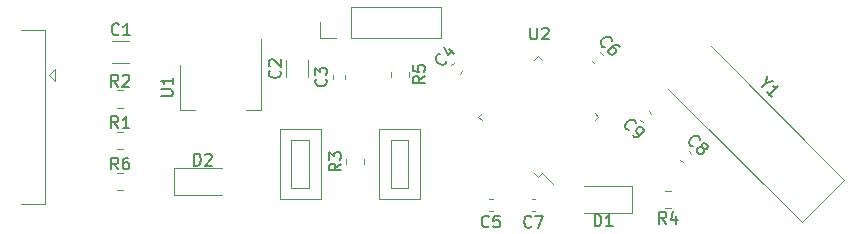
<source format=gto>
G04 #@! TF.GenerationSoftware,KiCad,Pcbnew,(5.1.10)-1*
G04 #@! TF.CreationDate,2022-03-27T16:46:42+02:00*
G04 #@! TF.ProjectId,LaserAutoSkipper_RX_schematic,4c617365-7241-4757-946f-536b69707065,1*
G04 #@! TF.SameCoordinates,Original*
G04 #@! TF.FileFunction,Legend,Top*
G04 #@! TF.FilePolarity,Positive*
%FSLAX46Y46*%
G04 Gerber Fmt 4.6, Leading zero omitted, Abs format (unit mm)*
G04 Created by KiCad (PCBNEW (5.1.10)-1) date 2022-03-27 16:46:42*
%MOMM*%
%LPD*%
G01*
G04 APERTURE LIST*
%ADD10C,0.120000*%
%ADD11C,0.150000*%
%ADD12C,1.524000*%
%ADD13R,1.524000X1.524000*%
%ADD14C,3.500000*%
%ADD15O,1.700000X1.700000*%
%ADD16R,1.700000X1.700000*%
%ADD17C,0.152400*%
%ADD18R,1.500000X2.000000*%
%ADD19R,3.800000X2.000000*%
%ADD20R,0.600000X1.500000*%
G04 APERTURE END LIST*
D10*
X61120000Y-60640000D02*
X61120000Y-75360000D01*
X61120000Y-60640000D02*
X59140000Y-60640000D01*
X59140000Y-75360000D02*
X61120000Y-75360000D01*
X62000000Y-64000000D02*
X61500000Y-64500000D01*
X61500000Y-64500000D02*
X62000000Y-65000000D01*
X62000000Y-65000000D02*
X62000000Y-64000000D01*
X84420000Y-61330000D02*
X84420000Y-60000000D01*
X85750000Y-61330000D02*
X84420000Y-61330000D01*
X87020000Y-61330000D02*
X87020000Y-58670000D01*
X87020000Y-58670000D02*
X94700000Y-58670000D01*
X87020000Y-61330000D02*
X94700000Y-61330000D01*
X94700000Y-61330000D02*
X94700000Y-58670000D01*
X103218198Y-63212887D02*
X102900000Y-62894689D01*
X102900000Y-62894689D02*
X102581802Y-63212887D01*
X107687113Y-67681802D02*
X108005311Y-68000000D01*
X108005311Y-68000000D02*
X107687113Y-68318198D01*
X98112887Y-68318198D02*
X97794689Y-68000000D01*
X97794689Y-68000000D02*
X98112887Y-67681802D01*
X102581802Y-72787113D02*
X102900000Y-73105311D01*
X102900000Y-73105311D02*
X103218198Y-72787113D01*
X103218198Y-72787113D02*
X104130366Y-73699281D01*
X76100000Y-72365000D02*
X72040000Y-72365000D01*
X72040000Y-72365000D02*
X72040000Y-74635000D01*
X72040000Y-74635000D02*
X76100000Y-74635000D01*
X106812500Y-76135000D02*
X110872500Y-76135000D01*
X110872500Y-76135000D02*
X110872500Y-73865000D01*
X110872500Y-73865000D02*
X106812500Y-73865000D01*
X67727064Y-74235000D02*
X67272936Y-74235000D01*
X67727064Y-72765000D02*
X67272936Y-72765000D01*
X113924948Y-65631192D02*
X125220979Y-76927223D01*
X125220979Y-76927223D02*
X128827223Y-73320979D01*
X128827223Y-73320979D02*
X117531192Y-62024948D01*
X72590000Y-67410000D02*
X73850000Y-67410000D01*
X79410000Y-67410000D02*
X78150000Y-67410000D01*
X72590000Y-63650000D02*
X72590000Y-67410000D01*
X79410000Y-61400000D02*
X79410000Y-67410000D01*
X81000000Y-69000000D02*
X81000000Y-75000000D01*
X81000000Y-75000000D02*
X84500000Y-75000000D01*
X84500000Y-75000000D02*
X84500000Y-69000000D01*
X84500000Y-69000000D02*
X81000000Y-69000000D01*
X82000000Y-70000000D02*
X82000000Y-74000000D01*
X82000000Y-74000000D02*
X83500000Y-74000000D01*
X83500000Y-74000000D02*
X83500000Y-70000000D01*
X83500000Y-70000000D02*
X82000000Y-70000000D01*
X89400000Y-69000000D02*
X89400000Y-75000000D01*
X89400000Y-75000000D02*
X92900000Y-75000000D01*
X92900000Y-75000000D02*
X92900000Y-69000000D01*
X92900000Y-69000000D02*
X89400000Y-69000000D01*
X90400000Y-70000000D02*
X90400000Y-74000000D01*
X90400000Y-74000000D02*
X91900000Y-74000000D01*
X91900000Y-74000000D02*
X91900000Y-70000000D01*
X91900000Y-70000000D02*
X90400000Y-70000000D01*
X91935000Y-64172936D02*
X91935000Y-64627064D01*
X90465000Y-64172936D02*
X90465000Y-64627064D01*
X113672936Y-74265000D02*
X114127064Y-74265000D01*
X113672936Y-75735000D02*
X114127064Y-75735000D01*
X86665000Y-72027064D02*
X86665000Y-71572936D01*
X88135000Y-72027064D02*
X88135000Y-71572936D01*
X67727064Y-67235000D02*
X67272936Y-67235000D01*
X67727064Y-65765000D02*
X67272936Y-65765000D01*
X67727064Y-70735000D02*
X67272936Y-70735000D01*
X67727064Y-69265000D02*
X67272936Y-69265000D01*
X111742802Y-68464051D02*
X111535949Y-68257198D01*
X112464051Y-67742802D02*
X112257198Y-67535949D01*
X115647318Y-70926069D02*
X115854171Y-71132922D01*
X114926069Y-71647318D02*
X115132922Y-71854171D01*
X102646267Y-76010000D02*
X102353733Y-76010000D01*
X102646267Y-74990000D02*
X102353733Y-74990000D01*
X108157198Y-62535949D02*
X108364051Y-62742802D01*
X107435949Y-63257198D02*
X107642802Y-63464051D01*
X99033766Y-76010000D02*
X98741232Y-76010000D01*
X99033766Y-74990000D02*
X98741232Y-74990000D01*
X95545829Y-63632922D02*
X95752682Y-63426069D01*
X96267078Y-64354171D02*
X96473931Y-64147318D01*
X85490000Y-64783767D02*
X85490000Y-64491233D01*
X86510000Y-64783767D02*
X86510000Y-64491233D01*
X81590000Y-64648752D02*
X81590000Y-63226248D01*
X83410000Y-64648752D02*
X83410000Y-63226248D01*
X66851248Y-61590000D02*
X68273752Y-61590000D01*
X66851248Y-63410000D02*
X68273752Y-63410000D01*
D11*
X102238095Y-60452380D02*
X102238095Y-61261904D01*
X102285714Y-61357142D01*
X102333333Y-61404761D01*
X102428571Y-61452380D01*
X102619047Y-61452380D01*
X102714285Y-61404761D01*
X102761904Y-61357142D01*
X102809523Y-61261904D01*
X102809523Y-60452380D01*
X103238095Y-60547619D02*
X103285714Y-60500000D01*
X103380952Y-60452380D01*
X103619047Y-60452380D01*
X103714285Y-60500000D01*
X103761904Y-60547619D01*
X103809523Y-60642857D01*
X103809523Y-60738095D01*
X103761904Y-60880952D01*
X103190476Y-61452380D01*
X103809523Y-61452380D01*
X73761904Y-72132380D02*
X73761904Y-71132380D01*
X74000000Y-71132380D01*
X74142857Y-71180000D01*
X74238095Y-71275238D01*
X74285714Y-71370476D01*
X74333333Y-71560952D01*
X74333333Y-71703809D01*
X74285714Y-71894285D01*
X74238095Y-71989523D01*
X74142857Y-72084761D01*
X74000000Y-72132380D01*
X73761904Y-72132380D01*
X74714285Y-71227619D02*
X74761904Y-71180000D01*
X74857142Y-71132380D01*
X75095238Y-71132380D01*
X75190476Y-71180000D01*
X75238095Y-71227619D01*
X75285714Y-71322857D01*
X75285714Y-71418095D01*
X75238095Y-71560952D01*
X74666666Y-72132380D01*
X75285714Y-72132380D01*
X107674404Y-77272380D02*
X107674404Y-76272380D01*
X107912500Y-76272380D01*
X108055357Y-76320000D01*
X108150595Y-76415238D01*
X108198214Y-76510476D01*
X108245833Y-76700952D01*
X108245833Y-76843809D01*
X108198214Y-77034285D01*
X108150595Y-77129523D01*
X108055357Y-77224761D01*
X107912500Y-77272380D01*
X107674404Y-77272380D01*
X109198214Y-77272380D02*
X108626785Y-77272380D01*
X108912500Y-77272380D02*
X108912500Y-76272380D01*
X108817261Y-76415238D01*
X108722023Y-76510476D01*
X108626785Y-76558095D01*
X67333333Y-72452380D02*
X67000000Y-71976190D01*
X66761904Y-72452380D02*
X66761904Y-71452380D01*
X67142857Y-71452380D01*
X67238095Y-71500000D01*
X67285714Y-71547619D01*
X67333333Y-71642857D01*
X67333333Y-71785714D01*
X67285714Y-71880952D01*
X67238095Y-71928571D01*
X67142857Y-71976190D01*
X66761904Y-71976190D01*
X68190476Y-71452380D02*
X68000000Y-71452380D01*
X67904761Y-71500000D01*
X67857142Y-71547619D01*
X67761904Y-71690476D01*
X67714285Y-71880952D01*
X67714285Y-72261904D01*
X67761904Y-72357142D01*
X67809523Y-72404761D01*
X67904761Y-72452380D01*
X68095238Y-72452380D01*
X68190476Y-72404761D01*
X68238095Y-72357142D01*
X68285714Y-72261904D01*
X68285714Y-72023809D01*
X68238095Y-71928571D01*
X68190476Y-71880952D01*
X68095238Y-71833333D01*
X67904761Y-71833333D01*
X67809523Y-71880952D01*
X67761904Y-71928571D01*
X67714285Y-72023809D01*
X122180119Y-65146446D02*
X121843401Y-65483164D01*
X122314806Y-64540355D02*
X122180119Y-65146446D01*
X122786210Y-65011759D01*
X122685195Y-66324957D02*
X122281134Y-65920896D01*
X122483165Y-66122927D02*
X123190271Y-65415820D01*
X123021913Y-65449492D01*
X122887226Y-65449492D01*
X122786210Y-65415820D01*
X70952380Y-66261904D02*
X71761904Y-66261904D01*
X71857142Y-66214285D01*
X71904761Y-66166666D01*
X71952380Y-66071428D01*
X71952380Y-65880952D01*
X71904761Y-65785714D01*
X71857142Y-65738095D01*
X71761904Y-65690476D01*
X70952380Y-65690476D01*
X71952380Y-64690476D02*
X71952380Y-65261904D01*
X71952380Y-64976190D02*
X70952380Y-64976190D01*
X71095238Y-65071428D01*
X71190476Y-65166666D01*
X71238095Y-65261904D01*
X93302380Y-64566666D02*
X92826190Y-64900000D01*
X93302380Y-65138095D02*
X92302380Y-65138095D01*
X92302380Y-64757142D01*
X92350000Y-64661904D01*
X92397619Y-64614285D01*
X92492857Y-64566666D01*
X92635714Y-64566666D01*
X92730952Y-64614285D01*
X92778571Y-64661904D01*
X92826190Y-64757142D01*
X92826190Y-65138095D01*
X92302380Y-63661904D02*
X92302380Y-64138095D01*
X92778571Y-64185714D01*
X92730952Y-64138095D01*
X92683333Y-64042857D01*
X92683333Y-63804761D01*
X92730952Y-63709523D01*
X92778571Y-63661904D01*
X92873809Y-63614285D01*
X93111904Y-63614285D01*
X93207142Y-63661904D01*
X93254761Y-63709523D01*
X93302380Y-63804761D01*
X93302380Y-64042857D01*
X93254761Y-64138095D01*
X93207142Y-64185714D01*
X113733333Y-77052380D02*
X113400000Y-76576190D01*
X113161904Y-77052380D02*
X113161904Y-76052380D01*
X113542857Y-76052380D01*
X113638095Y-76100000D01*
X113685714Y-76147619D01*
X113733333Y-76242857D01*
X113733333Y-76385714D01*
X113685714Y-76480952D01*
X113638095Y-76528571D01*
X113542857Y-76576190D01*
X113161904Y-76576190D01*
X114590476Y-76385714D02*
X114590476Y-77052380D01*
X114352380Y-76004761D02*
X114114285Y-76719047D01*
X114733333Y-76719047D01*
X86202380Y-71966666D02*
X85726190Y-72300000D01*
X86202380Y-72538095D02*
X85202380Y-72538095D01*
X85202380Y-72157142D01*
X85250000Y-72061904D01*
X85297619Y-72014285D01*
X85392857Y-71966666D01*
X85535714Y-71966666D01*
X85630952Y-72014285D01*
X85678571Y-72061904D01*
X85726190Y-72157142D01*
X85726190Y-72538095D01*
X85202380Y-71633333D02*
X85202380Y-71014285D01*
X85583333Y-71347619D01*
X85583333Y-71204761D01*
X85630952Y-71109523D01*
X85678571Y-71061904D01*
X85773809Y-71014285D01*
X86011904Y-71014285D01*
X86107142Y-71061904D01*
X86154761Y-71109523D01*
X86202380Y-71204761D01*
X86202380Y-71490476D01*
X86154761Y-71585714D01*
X86107142Y-71633333D01*
X67333333Y-65452380D02*
X67000000Y-64976190D01*
X66761904Y-65452380D02*
X66761904Y-64452380D01*
X67142857Y-64452380D01*
X67238095Y-64500000D01*
X67285714Y-64547619D01*
X67333333Y-64642857D01*
X67333333Y-64785714D01*
X67285714Y-64880952D01*
X67238095Y-64928571D01*
X67142857Y-64976190D01*
X66761904Y-64976190D01*
X67714285Y-64547619D02*
X67761904Y-64500000D01*
X67857142Y-64452380D01*
X68095238Y-64452380D01*
X68190476Y-64500000D01*
X68238095Y-64547619D01*
X68285714Y-64642857D01*
X68285714Y-64738095D01*
X68238095Y-64880952D01*
X67666666Y-65452380D01*
X68285714Y-65452380D01*
X67333333Y-68952380D02*
X67000000Y-68476190D01*
X66761904Y-68952380D02*
X66761904Y-67952380D01*
X67142857Y-67952380D01*
X67238095Y-68000000D01*
X67285714Y-68047619D01*
X67333333Y-68142857D01*
X67333333Y-68285714D01*
X67285714Y-68380952D01*
X67238095Y-68428571D01*
X67142857Y-68476190D01*
X66761904Y-68476190D01*
X68285714Y-68952380D02*
X67714285Y-68952380D01*
X68000000Y-68952380D02*
X68000000Y-67952380D01*
X67904761Y-68095238D01*
X67809523Y-68190476D01*
X67714285Y-68238095D01*
X110618447Y-69145850D02*
X110551104Y-69145850D01*
X110416417Y-69078506D01*
X110349073Y-69011163D01*
X110281730Y-68876475D01*
X110281730Y-68741788D01*
X110315401Y-68640773D01*
X110416417Y-68472414D01*
X110517432Y-68371399D01*
X110685791Y-68270384D01*
X110786806Y-68236712D01*
X110921493Y-68236712D01*
X111056180Y-68304056D01*
X111123524Y-68371399D01*
X111190867Y-68506086D01*
X111190867Y-68573430D01*
X110887821Y-69549911D02*
X111022508Y-69684598D01*
X111123524Y-69718269D01*
X111190867Y-69718269D01*
X111359226Y-69684598D01*
X111527585Y-69583582D01*
X111796959Y-69314208D01*
X111830630Y-69213193D01*
X111830630Y-69145850D01*
X111796959Y-69044834D01*
X111662272Y-68910147D01*
X111561256Y-68876475D01*
X111493913Y-68876475D01*
X111392898Y-68910147D01*
X111224539Y-69078506D01*
X111190867Y-69179521D01*
X111190867Y-69246865D01*
X111224539Y-69347880D01*
X111359226Y-69482567D01*
X111460241Y-69516239D01*
X111527585Y-69516239D01*
X111628600Y-69482567D01*
X116030893Y-70513644D02*
X115963550Y-70513644D01*
X115828863Y-70446300D01*
X115761519Y-70378957D01*
X115694176Y-70244269D01*
X115694176Y-70109582D01*
X115727847Y-70008567D01*
X115828863Y-69840208D01*
X115929878Y-69739193D01*
X116098237Y-69638178D01*
X116199252Y-69604506D01*
X116333939Y-69604506D01*
X116468626Y-69671850D01*
X116535970Y-69739193D01*
X116603313Y-69873880D01*
X116603313Y-69941224D01*
X116771672Y-70580987D02*
X116738000Y-70479972D01*
X116738000Y-70412628D01*
X116771672Y-70311613D01*
X116805344Y-70277941D01*
X116906359Y-70244269D01*
X116973702Y-70244269D01*
X117074718Y-70277941D01*
X117209405Y-70412628D01*
X117243076Y-70513644D01*
X117243076Y-70580987D01*
X117209405Y-70682002D01*
X117175733Y-70715674D01*
X117074718Y-70749346D01*
X117007374Y-70749346D01*
X116906359Y-70715674D01*
X116771672Y-70580987D01*
X116670657Y-70547315D01*
X116603313Y-70547315D01*
X116502298Y-70580987D01*
X116367611Y-70715674D01*
X116333939Y-70816689D01*
X116333939Y-70884033D01*
X116367611Y-70985048D01*
X116502298Y-71119735D01*
X116603313Y-71153407D01*
X116670657Y-71153407D01*
X116771672Y-71119735D01*
X116906359Y-70985048D01*
X116940031Y-70884033D01*
X116940031Y-70816689D01*
X116906359Y-70715674D01*
X102333333Y-77287142D02*
X102285714Y-77334761D01*
X102142857Y-77382380D01*
X102047619Y-77382380D01*
X101904761Y-77334761D01*
X101809523Y-77239523D01*
X101761904Y-77144285D01*
X101714285Y-76953809D01*
X101714285Y-76810952D01*
X101761904Y-76620476D01*
X101809523Y-76525238D01*
X101904761Y-76430000D01*
X102047619Y-76382380D01*
X102142857Y-76382380D01*
X102285714Y-76430000D01*
X102333333Y-76477619D01*
X102666666Y-76382380D02*
X103333333Y-76382380D01*
X102904761Y-77382380D01*
X108540773Y-62123524D02*
X108473430Y-62123524D01*
X108338743Y-62056180D01*
X108271399Y-61988837D01*
X108204056Y-61854149D01*
X108204056Y-61719462D01*
X108237727Y-61618447D01*
X108338743Y-61450088D01*
X108439758Y-61349073D01*
X108608117Y-61248058D01*
X108709132Y-61214386D01*
X108843819Y-61214386D01*
X108978506Y-61281730D01*
X109045850Y-61349073D01*
X109113193Y-61483760D01*
X109113193Y-61551104D01*
X109786628Y-62089852D02*
X109651941Y-61955165D01*
X109550926Y-61921493D01*
X109483582Y-61921493D01*
X109315224Y-61955165D01*
X109146865Y-62056180D01*
X108877491Y-62325554D01*
X108843819Y-62426569D01*
X108843819Y-62493913D01*
X108877491Y-62594928D01*
X109012178Y-62729615D01*
X109113193Y-62763287D01*
X109180537Y-62763287D01*
X109281552Y-62729615D01*
X109449911Y-62561256D01*
X109483582Y-62460241D01*
X109483582Y-62392898D01*
X109449911Y-62291882D01*
X109315224Y-62157195D01*
X109214208Y-62123524D01*
X109146865Y-62123524D01*
X109045850Y-62157195D01*
X98720832Y-77271356D02*
X98673213Y-77318975D01*
X98530356Y-77366594D01*
X98435118Y-77366594D01*
X98292260Y-77318975D01*
X98197022Y-77223737D01*
X98149403Y-77128499D01*
X98101784Y-76938023D01*
X98101784Y-76795166D01*
X98149403Y-76604690D01*
X98197022Y-76509452D01*
X98292260Y-76414214D01*
X98435118Y-76366594D01*
X98530356Y-76366594D01*
X98673213Y-76414214D01*
X98720832Y-76461833D01*
X99625594Y-76366594D02*
X99149403Y-76366594D01*
X99101784Y-76842785D01*
X99149403Y-76795166D01*
X99244641Y-76747547D01*
X99482737Y-76747547D01*
X99577975Y-76795166D01*
X99625594Y-76842785D01*
X99673213Y-76938023D01*
X99673213Y-77176118D01*
X99625594Y-77271356D01*
X99577975Y-77318975D01*
X99482737Y-77366594D01*
X99244641Y-77366594D01*
X99149403Y-77318975D01*
X99101784Y-77271356D01*
X95133404Y-63249346D02*
X95133404Y-63316689D01*
X95066060Y-63451376D01*
X94998717Y-63518720D01*
X94864029Y-63586063D01*
X94729342Y-63586063D01*
X94628327Y-63552392D01*
X94459968Y-63451376D01*
X94358953Y-63350361D01*
X94257938Y-63182002D01*
X94224266Y-63080987D01*
X94224266Y-62946300D01*
X94291610Y-62811613D01*
X94358953Y-62744269D01*
X94493640Y-62676926D01*
X94560984Y-62676926D01*
X95335434Y-62239193D02*
X95806839Y-62710598D01*
X94897701Y-62138178D02*
X95234419Y-62811613D01*
X95672152Y-62373880D01*
X84927142Y-64804166D02*
X84974761Y-64851785D01*
X85022380Y-64994642D01*
X85022380Y-65089880D01*
X84974761Y-65232738D01*
X84879523Y-65327976D01*
X84784285Y-65375595D01*
X84593809Y-65423214D01*
X84450952Y-65423214D01*
X84260476Y-65375595D01*
X84165238Y-65327976D01*
X84070000Y-65232738D01*
X84022380Y-65089880D01*
X84022380Y-64994642D01*
X84070000Y-64851785D01*
X84117619Y-64804166D01*
X84022380Y-64470833D02*
X84022380Y-63851785D01*
X84403333Y-64185119D01*
X84403333Y-64042261D01*
X84450952Y-63947023D01*
X84498571Y-63899404D01*
X84593809Y-63851785D01*
X84831904Y-63851785D01*
X84927142Y-63899404D01*
X84974761Y-63947023D01*
X85022380Y-64042261D01*
X85022380Y-64327976D01*
X84974761Y-64423214D01*
X84927142Y-64470833D01*
X81007142Y-64104166D02*
X81054761Y-64151785D01*
X81102380Y-64294642D01*
X81102380Y-64389880D01*
X81054761Y-64532738D01*
X80959523Y-64627976D01*
X80864285Y-64675595D01*
X80673809Y-64723214D01*
X80530952Y-64723214D01*
X80340476Y-64675595D01*
X80245238Y-64627976D01*
X80150000Y-64532738D01*
X80102380Y-64389880D01*
X80102380Y-64294642D01*
X80150000Y-64151785D01*
X80197619Y-64104166D01*
X80197619Y-63723214D02*
X80150000Y-63675595D01*
X80102380Y-63580357D01*
X80102380Y-63342261D01*
X80150000Y-63247023D01*
X80197619Y-63199404D01*
X80292857Y-63151785D01*
X80388095Y-63151785D01*
X80530952Y-63199404D01*
X81102380Y-63770833D01*
X81102380Y-63151785D01*
X67395833Y-61007142D02*
X67348214Y-61054761D01*
X67205357Y-61102380D01*
X67110119Y-61102380D01*
X66967261Y-61054761D01*
X66872023Y-60959523D01*
X66824404Y-60864285D01*
X66776785Y-60673809D01*
X66776785Y-60530952D01*
X66824404Y-60340476D01*
X66872023Y-60245238D01*
X66967261Y-60150000D01*
X67110119Y-60102380D01*
X67205357Y-60102380D01*
X67348214Y-60150000D01*
X67395833Y-60197619D01*
X68348214Y-61102380D02*
X67776785Y-61102380D01*
X68062500Y-61102380D02*
X68062500Y-60102380D01*
X67967261Y-60245238D01*
X67872023Y-60340476D01*
X67776785Y-60388095D01*
%LPC*%
D12*
X60000000Y-71500000D03*
X60000000Y-69000000D03*
X60000000Y-67000000D03*
D13*
X60000000Y-64500000D03*
D14*
X57290000Y-61430000D03*
X57290000Y-74570000D03*
D15*
X93370000Y-60000000D03*
X90830000Y-60000000D03*
X88290000Y-60000000D03*
D16*
X85750000Y-60000000D03*
G36*
G01*
X102475736Y-72525484D02*
X101538820Y-73462400D01*
G75*
G02*
X101432754Y-73462400I-53033J53033D01*
G01*
X101326688Y-73356334D01*
G75*
G02*
X101326688Y-73250268I53033J53033D01*
G01*
X102263604Y-72313352D01*
G75*
G02*
X102369670Y-72313352I53033J-53033D01*
G01*
X102475736Y-72419418D01*
G75*
G02*
X102475736Y-72525484I-53033J-53033D01*
G01*
G37*
G36*
G01*
X102122182Y-72171930D02*
X101185266Y-73108846D01*
G75*
G02*
X101079200Y-73108846I-53033J53033D01*
G01*
X100973134Y-73002780D01*
G75*
G02*
X100973134Y-72896714I53033J53033D01*
G01*
X101910050Y-71959798D01*
G75*
G02*
X102016116Y-71959798I53033J-53033D01*
G01*
X102122182Y-72065864D01*
G75*
G02*
X102122182Y-72171930I-53033J-53033D01*
G01*
G37*
G36*
G01*
X101768629Y-71818377D02*
X100831713Y-72755293D01*
G75*
G02*
X100725647Y-72755293I-53033J53033D01*
G01*
X100619581Y-72649227D01*
G75*
G02*
X100619581Y-72543161I53033J53033D01*
G01*
X101556497Y-71606245D01*
G75*
G02*
X101662563Y-71606245I53033J-53033D01*
G01*
X101768629Y-71712311D01*
G75*
G02*
X101768629Y-71818377I-53033J-53033D01*
G01*
G37*
G36*
G01*
X101415075Y-71464823D02*
X100478159Y-72401739D01*
G75*
G02*
X100372093Y-72401739I-53033J53033D01*
G01*
X100266027Y-72295673D01*
G75*
G02*
X100266027Y-72189607I53033J53033D01*
G01*
X101202943Y-71252691D01*
G75*
G02*
X101309009Y-71252691I53033J-53033D01*
G01*
X101415075Y-71358757D01*
G75*
G02*
X101415075Y-71464823I-53033J-53033D01*
G01*
G37*
G36*
G01*
X101061522Y-71111270D02*
X100124606Y-72048186D01*
G75*
G02*
X100018540Y-72048186I-53033J53033D01*
G01*
X99912474Y-71942120D01*
G75*
G02*
X99912474Y-71836054I53033J53033D01*
G01*
X100849390Y-70899138D01*
G75*
G02*
X100955456Y-70899138I53033J-53033D01*
G01*
X101061522Y-71005204D01*
G75*
G02*
X101061522Y-71111270I-53033J-53033D01*
G01*
G37*
G36*
G01*
X100707969Y-70757717D02*
X99771053Y-71694633D01*
G75*
G02*
X99664987Y-71694633I-53033J53033D01*
G01*
X99558921Y-71588567D01*
G75*
G02*
X99558921Y-71482501I53033J53033D01*
G01*
X100495837Y-70545585D01*
G75*
G02*
X100601903Y-70545585I53033J-53033D01*
G01*
X100707969Y-70651651D01*
G75*
G02*
X100707969Y-70757717I-53033J-53033D01*
G01*
G37*
G36*
G01*
X100354415Y-70404163D02*
X99417499Y-71341079D01*
G75*
G02*
X99311433Y-71341079I-53033J53033D01*
G01*
X99205367Y-71235013D01*
G75*
G02*
X99205367Y-71128947I53033J53033D01*
G01*
X100142283Y-70192031D01*
G75*
G02*
X100248349Y-70192031I53033J-53033D01*
G01*
X100354415Y-70298097D01*
G75*
G02*
X100354415Y-70404163I-53033J-53033D01*
G01*
G37*
G36*
G01*
X100000862Y-70050610D02*
X99063946Y-70987526D01*
G75*
G02*
X98957880Y-70987526I-53033J53033D01*
G01*
X98851814Y-70881460D01*
G75*
G02*
X98851814Y-70775394I53033J53033D01*
G01*
X99788730Y-69838478D01*
G75*
G02*
X99894796Y-69838478I53033J-53033D01*
G01*
X100000862Y-69944544D01*
G75*
G02*
X100000862Y-70050610I-53033J-53033D01*
G01*
G37*
G36*
G01*
X99647309Y-69697057D02*
X98710393Y-70633973D01*
G75*
G02*
X98604327Y-70633973I-53033J53033D01*
G01*
X98498261Y-70527907D01*
G75*
G02*
X98498261Y-70421841I53033J53033D01*
G01*
X99435177Y-69484925D01*
G75*
G02*
X99541243Y-69484925I53033J-53033D01*
G01*
X99647309Y-69590991D01*
G75*
G02*
X99647309Y-69697057I-53033J-53033D01*
G01*
G37*
G36*
G01*
X99293755Y-69343503D02*
X98356839Y-70280419D01*
G75*
G02*
X98250773Y-70280419I-53033J53033D01*
G01*
X98144707Y-70174353D01*
G75*
G02*
X98144707Y-70068287I53033J53033D01*
G01*
X99081623Y-69131371D01*
G75*
G02*
X99187689Y-69131371I53033J-53033D01*
G01*
X99293755Y-69237437D01*
G75*
G02*
X99293755Y-69343503I-53033J-53033D01*
G01*
G37*
G36*
G01*
X98940202Y-68989950D02*
X98003286Y-69926866D01*
G75*
G02*
X97897220Y-69926866I-53033J53033D01*
G01*
X97791154Y-69820800D01*
G75*
G02*
X97791154Y-69714734I53033J53033D01*
G01*
X98728070Y-68777818D01*
G75*
G02*
X98834136Y-68777818I53033J-53033D01*
G01*
X98940202Y-68883884D01*
G75*
G02*
X98940202Y-68989950I-53033J-53033D01*
G01*
G37*
G36*
G01*
X98586648Y-68636396D02*
X97649732Y-69573312D01*
G75*
G02*
X97543666Y-69573312I-53033J53033D01*
G01*
X97437600Y-69467246D01*
G75*
G02*
X97437600Y-69361180I53033J53033D01*
G01*
X98374516Y-68424264D01*
G75*
G02*
X98480582Y-68424264I53033J-53033D01*
G01*
X98586648Y-68530330D01*
G75*
G02*
X98586648Y-68636396I-53033J-53033D01*
G01*
G37*
G36*
G01*
X98586648Y-67469670D02*
X98480582Y-67575736D01*
G75*
G02*
X98374516Y-67575736I-53033J53033D01*
G01*
X97437600Y-66638820D01*
G75*
G02*
X97437600Y-66532754I53033J53033D01*
G01*
X97543666Y-66426688D01*
G75*
G02*
X97649732Y-66426688I53033J-53033D01*
G01*
X98586648Y-67363604D01*
G75*
G02*
X98586648Y-67469670I-53033J-53033D01*
G01*
G37*
G36*
G01*
X98940202Y-67116116D02*
X98834136Y-67222182D01*
G75*
G02*
X98728070Y-67222182I-53033J53033D01*
G01*
X97791154Y-66285266D01*
G75*
G02*
X97791154Y-66179200I53033J53033D01*
G01*
X97897220Y-66073134D01*
G75*
G02*
X98003286Y-66073134I53033J-53033D01*
G01*
X98940202Y-67010050D01*
G75*
G02*
X98940202Y-67116116I-53033J-53033D01*
G01*
G37*
G36*
G01*
X99293755Y-66762563D02*
X99187689Y-66868629D01*
G75*
G02*
X99081623Y-66868629I-53033J53033D01*
G01*
X98144707Y-65931713D01*
G75*
G02*
X98144707Y-65825647I53033J53033D01*
G01*
X98250773Y-65719581D01*
G75*
G02*
X98356839Y-65719581I53033J-53033D01*
G01*
X99293755Y-66656497D01*
G75*
G02*
X99293755Y-66762563I-53033J-53033D01*
G01*
G37*
G36*
G01*
X99647309Y-66409009D02*
X99541243Y-66515075D01*
G75*
G02*
X99435177Y-66515075I-53033J53033D01*
G01*
X98498261Y-65578159D01*
G75*
G02*
X98498261Y-65472093I53033J53033D01*
G01*
X98604327Y-65366027D01*
G75*
G02*
X98710393Y-65366027I53033J-53033D01*
G01*
X99647309Y-66302943D01*
G75*
G02*
X99647309Y-66409009I-53033J-53033D01*
G01*
G37*
G36*
G01*
X100000862Y-66055456D02*
X99894796Y-66161522D01*
G75*
G02*
X99788730Y-66161522I-53033J53033D01*
G01*
X98851814Y-65224606D01*
G75*
G02*
X98851814Y-65118540I53033J53033D01*
G01*
X98957880Y-65012474D01*
G75*
G02*
X99063946Y-65012474I53033J-53033D01*
G01*
X100000862Y-65949390D01*
G75*
G02*
X100000862Y-66055456I-53033J-53033D01*
G01*
G37*
G36*
G01*
X100354415Y-65701903D02*
X100248349Y-65807969D01*
G75*
G02*
X100142283Y-65807969I-53033J53033D01*
G01*
X99205367Y-64871053D01*
G75*
G02*
X99205367Y-64764987I53033J53033D01*
G01*
X99311433Y-64658921D01*
G75*
G02*
X99417499Y-64658921I53033J-53033D01*
G01*
X100354415Y-65595837D01*
G75*
G02*
X100354415Y-65701903I-53033J-53033D01*
G01*
G37*
G36*
G01*
X100707969Y-65348349D02*
X100601903Y-65454415D01*
G75*
G02*
X100495837Y-65454415I-53033J53033D01*
G01*
X99558921Y-64517499D01*
G75*
G02*
X99558921Y-64411433I53033J53033D01*
G01*
X99664987Y-64305367D01*
G75*
G02*
X99771053Y-64305367I53033J-53033D01*
G01*
X100707969Y-65242283D01*
G75*
G02*
X100707969Y-65348349I-53033J-53033D01*
G01*
G37*
G36*
G01*
X101061522Y-64994796D02*
X100955456Y-65100862D01*
G75*
G02*
X100849390Y-65100862I-53033J53033D01*
G01*
X99912474Y-64163946D01*
G75*
G02*
X99912474Y-64057880I53033J53033D01*
G01*
X100018540Y-63951814D01*
G75*
G02*
X100124606Y-63951814I53033J-53033D01*
G01*
X101061522Y-64888730D01*
G75*
G02*
X101061522Y-64994796I-53033J-53033D01*
G01*
G37*
G36*
G01*
X101415075Y-64641243D02*
X101309009Y-64747309D01*
G75*
G02*
X101202943Y-64747309I-53033J53033D01*
G01*
X100266027Y-63810393D01*
G75*
G02*
X100266027Y-63704327I53033J53033D01*
G01*
X100372093Y-63598261D01*
G75*
G02*
X100478159Y-63598261I53033J-53033D01*
G01*
X101415075Y-64535177D01*
G75*
G02*
X101415075Y-64641243I-53033J-53033D01*
G01*
G37*
G36*
G01*
X101768629Y-64287689D02*
X101662563Y-64393755D01*
G75*
G02*
X101556497Y-64393755I-53033J53033D01*
G01*
X100619581Y-63456839D01*
G75*
G02*
X100619581Y-63350773I53033J53033D01*
G01*
X100725647Y-63244707D01*
G75*
G02*
X100831713Y-63244707I53033J-53033D01*
G01*
X101768629Y-64181623D01*
G75*
G02*
X101768629Y-64287689I-53033J-53033D01*
G01*
G37*
G36*
G01*
X102122182Y-63934136D02*
X102016116Y-64040202D01*
G75*
G02*
X101910050Y-64040202I-53033J53033D01*
G01*
X100973134Y-63103286D01*
G75*
G02*
X100973134Y-62997220I53033J53033D01*
G01*
X101079200Y-62891154D01*
G75*
G02*
X101185266Y-62891154I53033J-53033D01*
G01*
X102122182Y-63828070D01*
G75*
G02*
X102122182Y-63934136I-53033J-53033D01*
G01*
G37*
G36*
G01*
X102475736Y-63580582D02*
X102369670Y-63686648D01*
G75*
G02*
X102263604Y-63686648I-53033J53033D01*
G01*
X101326688Y-62749732D01*
G75*
G02*
X101326688Y-62643666I53033J53033D01*
G01*
X101432754Y-62537600D01*
G75*
G02*
X101538820Y-62537600I53033J-53033D01*
G01*
X102475736Y-63474516D01*
G75*
G02*
X102475736Y-63580582I-53033J-53033D01*
G01*
G37*
G36*
G01*
X104473312Y-62749732D02*
X103536396Y-63686648D01*
G75*
G02*
X103430330Y-63686648I-53033J53033D01*
G01*
X103324264Y-63580582D01*
G75*
G02*
X103324264Y-63474516I53033J53033D01*
G01*
X104261180Y-62537600D01*
G75*
G02*
X104367246Y-62537600I53033J-53033D01*
G01*
X104473312Y-62643666D01*
G75*
G02*
X104473312Y-62749732I-53033J-53033D01*
G01*
G37*
G36*
G01*
X104826866Y-63103286D02*
X103889950Y-64040202D01*
G75*
G02*
X103783884Y-64040202I-53033J53033D01*
G01*
X103677818Y-63934136D01*
G75*
G02*
X103677818Y-63828070I53033J53033D01*
G01*
X104614734Y-62891154D01*
G75*
G02*
X104720800Y-62891154I53033J-53033D01*
G01*
X104826866Y-62997220D01*
G75*
G02*
X104826866Y-63103286I-53033J-53033D01*
G01*
G37*
G36*
G01*
X105180419Y-63456839D02*
X104243503Y-64393755D01*
G75*
G02*
X104137437Y-64393755I-53033J53033D01*
G01*
X104031371Y-64287689D01*
G75*
G02*
X104031371Y-64181623I53033J53033D01*
G01*
X104968287Y-63244707D01*
G75*
G02*
X105074353Y-63244707I53033J-53033D01*
G01*
X105180419Y-63350773D01*
G75*
G02*
X105180419Y-63456839I-53033J-53033D01*
G01*
G37*
G36*
G01*
X105533973Y-63810393D02*
X104597057Y-64747309D01*
G75*
G02*
X104490991Y-64747309I-53033J53033D01*
G01*
X104384925Y-64641243D01*
G75*
G02*
X104384925Y-64535177I53033J53033D01*
G01*
X105321841Y-63598261D01*
G75*
G02*
X105427907Y-63598261I53033J-53033D01*
G01*
X105533973Y-63704327D01*
G75*
G02*
X105533973Y-63810393I-53033J-53033D01*
G01*
G37*
G36*
G01*
X105887526Y-64163946D02*
X104950610Y-65100862D01*
G75*
G02*
X104844544Y-65100862I-53033J53033D01*
G01*
X104738478Y-64994796D01*
G75*
G02*
X104738478Y-64888730I53033J53033D01*
G01*
X105675394Y-63951814D01*
G75*
G02*
X105781460Y-63951814I53033J-53033D01*
G01*
X105887526Y-64057880D01*
G75*
G02*
X105887526Y-64163946I-53033J-53033D01*
G01*
G37*
G36*
G01*
X106241079Y-64517499D02*
X105304163Y-65454415D01*
G75*
G02*
X105198097Y-65454415I-53033J53033D01*
G01*
X105092031Y-65348349D01*
G75*
G02*
X105092031Y-65242283I53033J53033D01*
G01*
X106028947Y-64305367D01*
G75*
G02*
X106135013Y-64305367I53033J-53033D01*
G01*
X106241079Y-64411433D01*
G75*
G02*
X106241079Y-64517499I-53033J-53033D01*
G01*
G37*
G36*
G01*
X106594633Y-64871053D02*
X105657717Y-65807969D01*
G75*
G02*
X105551651Y-65807969I-53033J53033D01*
G01*
X105445585Y-65701903D01*
G75*
G02*
X105445585Y-65595837I53033J53033D01*
G01*
X106382501Y-64658921D01*
G75*
G02*
X106488567Y-64658921I53033J-53033D01*
G01*
X106594633Y-64764987D01*
G75*
G02*
X106594633Y-64871053I-53033J-53033D01*
G01*
G37*
G36*
G01*
X106948186Y-65224606D02*
X106011270Y-66161522D01*
G75*
G02*
X105905204Y-66161522I-53033J53033D01*
G01*
X105799138Y-66055456D01*
G75*
G02*
X105799138Y-65949390I53033J53033D01*
G01*
X106736054Y-65012474D01*
G75*
G02*
X106842120Y-65012474I53033J-53033D01*
G01*
X106948186Y-65118540D01*
G75*
G02*
X106948186Y-65224606I-53033J-53033D01*
G01*
G37*
G36*
G01*
X107301739Y-65578159D02*
X106364823Y-66515075D01*
G75*
G02*
X106258757Y-66515075I-53033J53033D01*
G01*
X106152691Y-66409009D01*
G75*
G02*
X106152691Y-66302943I53033J53033D01*
G01*
X107089607Y-65366027D01*
G75*
G02*
X107195673Y-65366027I53033J-53033D01*
G01*
X107301739Y-65472093D01*
G75*
G02*
X107301739Y-65578159I-53033J-53033D01*
G01*
G37*
G36*
G01*
X107655293Y-65931713D02*
X106718377Y-66868629D01*
G75*
G02*
X106612311Y-66868629I-53033J53033D01*
G01*
X106506245Y-66762563D01*
G75*
G02*
X106506245Y-66656497I53033J53033D01*
G01*
X107443161Y-65719581D01*
G75*
G02*
X107549227Y-65719581I53033J-53033D01*
G01*
X107655293Y-65825647D01*
G75*
G02*
X107655293Y-65931713I-53033J-53033D01*
G01*
G37*
G36*
G01*
X108008846Y-66285266D02*
X107071930Y-67222182D01*
G75*
G02*
X106965864Y-67222182I-53033J53033D01*
G01*
X106859798Y-67116116D01*
G75*
G02*
X106859798Y-67010050I53033J53033D01*
G01*
X107796714Y-66073134D01*
G75*
G02*
X107902780Y-66073134I53033J-53033D01*
G01*
X108008846Y-66179200D01*
G75*
G02*
X108008846Y-66285266I-53033J-53033D01*
G01*
G37*
G36*
G01*
X108362400Y-66638820D02*
X107425484Y-67575736D01*
G75*
G02*
X107319418Y-67575736I-53033J53033D01*
G01*
X107213352Y-67469670D01*
G75*
G02*
X107213352Y-67363604I53033J53033D01*
G01*
X108150268Y-66426688D01*
G75*
G02*
X108256334Y-66426688I53033J-53033D01*
G01*
X108362400Y-66532754D01*
G75*
G02*
X108362400Y-66638820I-53033J-53033D01*
G01*
G37*
G36*
G01*
X108362400Y-69467246D02*
X108256334Y-69573312D01*
G75*
G02*
X108150268Y-69573312I-53033J53033D01*
G01*
X107213352Y-68636396D01*
G75*
G02*
X107213352Y-68530330I53033J53033D01*
G01*
X107319418Y-68424264D01*
G75*
G02*
X107425484Y-68424264I53033J-53033D01*
G01*
X108362400Y-69361180D01*
G75*
G02*
X108362400Y-69467246I-53033J-53033D01*
G01*
G37*
G36*
G01*
X108008846Y-69820800D02*
X107902780Y-69926866D01*
G75*
G02*
X107796714Y-69926866I-53033J53033D01*
G01*
X106859798Y-68989950D01*
G75*
G02*
X106859798Y-68883884I53033J53033D01*
G01*
X106965864Y-68777818D01*
G75*
G02*
X107071930Y-68777818I53033J-53033D01*
G01*
X108008846Y-69714734D01*
G75*
G02*
X108008846Y-69820800I-53033J-53033D01*
G01*
G37*
G36*
G01*
X107655293Y-70174353D02*
X107549227Y-70280419D01*
G75*
G02*
X107443161Y-70280419I-53033J53033D01*
G01*
X106506245Y-69343503D01*
G75*
G02*
X106506245Y-69237437I53033J53033D01*
G01*
X106612311Y-69131371D01*
G75*
G02*
X106718377Y-69131371I53033J-53033D01*
G01*
X107655293Y-70068287D01*
G75*
G02*
X107655293Y-70174353I-53033J-53033D01*
G01*
G37*
G36*
G01*
X107301739Y-70527907D02*
X107195673Y-70633973D01*
G75*
G02*
X107089607Y-70633973I-53033J53033D01*
G01*
X106152691Y-69697057D01*
G75*
G02*
X106152691Y-69590991I53033J53033D01*
G01*
X106258757Y-69484925D01*
G75*
G02*
X106364823Y-69484925I53033J-53033D01*
G01*
X107301739Y-70421841D01*
G75*
G02*
X107301739Y-70527907I-53033J-53033D01*
G01*
G37*
G36*
G01*
X106948186Y-70881460D02*
X106842120Y-70987526D01*
G75*
G02*
X106736054Y-70987526I-53033J53033D01*
G01*
X105799138Y-70050610D01*
G75*
G02*
X105799138Y-69944544I53033J53033D01*
G01*
X105905204Y-69838478D01*
G75*
G02*
X106011270Y-69838478I53033J-53033D01*
G01*
X106948186Y-70775394D01*
G75*
G02*
X106948186Y-70881460I-53033J-53033D01*
G01*
G37*
G36*
G01*
X106594633Y-71235013D02*
X106488567Y-71341079D01*
G75*
G02*
X106382501Y-71341079I-53033J53033D01*
G01*
X105445585Y-70404163D01*
G75*
G02*
X105445585Y-70298097I53033J53033D01*
G01*
X105551651Y-70192031D01*
G75*
G02*
X105657717Y-70192031I53033J-53033D01*
G01*
X106594633Y-71128947D01*
G75*
G02*
X106594633Y-71235013I-53033J-53033D01*
G01*
G37*
G36*
G01*
X106241079Y-71588567D02*
X106135013Y-71694633D01*
G75*
G02*
X106028947Y-71694633I-53033J53033D01*
G01*
X105092031Y-70757717D01*
G75*
G02*
X105092031Y-70651651I53033J53033D01*
G01*
X105198097Y-70545585D01*
G75*
G02*
X105304163Y-70545585I53033J-53033D01*
G01*
X106241079Y-71482501D01*
G75*
G02*
X106241079Y-71588567I-53033J-53033D01*
G01*
G37*
G36*
G01*
X105887526Y-71942120D02*
X105781460Y-72048186D01*
G75*
G02*
X105675394Y-72048186I-53033J53033D01*
G01*
X104738478Y-71111270D01*
G75*
G02*
X104738478Y-71005204I53033J53033D01*
G01*
X104844544Y-70899138D01*
G75*
G02*
X104950610Y-70899138I53033J-53033D01*
G01*
X105887526Y-71836054D01*
G75*
G02*
X105887526Y-71942120I-53033J-53033D01*
G01*
G37*
G36*
G01*
X105533973Y-72295673D02*
X105427907Y-72401739D01*
G75*
G02*
X105321841Y-72401739I-53033J53033D01*
G01*
X104384925Y-71464823D01*
G75*
G02*
X104384925Y-71358757I53033J53033D01*
G01*
X104490991Y-71252691D01*
G75*
G02*
X104597057Y-71252691I53033J-53033D01*
G01*
X105533973Y-72189607D01*
G75*
G02*
X105533973Y-72295673I-53033J-53033D01*
G01*
G37*
G36*
G01*
X105180419Y-72649227D02*
X105074353Y-72755293D01*
G75*
G02*
X104968287Y-72755293I-53033J53033D01*
G01*
X104031371Y-71818377D01*
G75*
G02*
X104031371Y-71712311I53033J53033D01*
G01*
X104137437Y-71606245D01*
G75*
G02*
X104243503Y-71606245I53033J-53033D01*
G01*
X105180419Y-72543161D01*
G75*
G02*
X105180419Y-72649227I-53033J-53033D01*
G01*
G37*
G36*
G01*
X104826866Y-73002780D02*
X104720800Y-73108846D01*
G75*
G02*
X104614734Y-73108846I-53033J53033D01*
G01*
X103677818Y-72171930D01*
G75*
G02*
X103677818Y-72065864I53033J53033D01*
G01*
X103783884Y-71959798D01*
G75*
G02*
X103889950Y-71959798I53033J-53033D01*
G01*
X104826866Y-72896714D01*
G75*
G02*
X104826866Y-73002780I-53033J-53033D01*
G01*
G37*
G36*
G01*
X104473312Y-73356334D02*
X104367246Y-73462400D01*
G75*
G02*
X104261180Y-73462400I-53033J53033D01*
G01*
X103324264Y-72525484D01*
G75*
G02*
X103324264Y-72419418I53033J53033D01*
G01*
X103430330Y-72313352D01*
G75*
G02*
X103536396Y-72313352I53033J-53033D01*
G01*
X104473312Y-73250268D01*
G75*
G02*
X104473312Y-73356334I-53033J-53033D01*
G01*
G37*
D12*
X129960000Y-70120000D03*
X132500000Y-70120000D03*
X129960000Y-67580000D03*
X132500000Y-67580000D03*
X129960000Y-65040000D03*
X132500000Y-65040000D03*
X129960000Y-62500000D03*
D13*
X132500000Y-62500000D03*
G36*
G01*
X75275000Y-74125000D02*
X75275000Y-72875000D01*
G75*
G02*
X75525000Y-72625000I250000J0D01*
G01*
X76450000Y-72625000D01*
G75*
G02*
X76700000Y-72875000I0J-250000D01*
G01*
X76700000Y-74125000D01*
G75*
G02*
X76450000Y-74375000I-250000J0D01*
G01*
X75525000Y-74375000D01*
G75*
G02*
X75275000Y-74125000I0J250000D01*
G01*
G37*
G36*
G01*
X72300000Y-74125000D02*
X72300000Y-72875000D01*
G75*
G02*
X72550000Y-72625000I250000J0D01*
G01*
X73475000Y-72625000D01*
G75*
G02*
X73725000Y-72875000I0J-250000D01*
G01*
X73725000Y-74125000D01*
G75*
G02*
X73475000Y-74375000I-250000J0D01*
G01*
X72550000Y-74375000D01*
G75*
G02*
X72300000Y-74125000I0J250000D01*
G01*
G37*
G36*
G01*
X107637500Y-74375000D02*
X107637500Y-75625000D01*
G75*
G02*
X107387500Y-75875000I-250000J0D01*
G01*
X106462500Y-75875000D01*
G75*
G02*
X106212500Y-75625000I0J250000D01*
G01*
X106212500Y-74375000D01*
G75*
G02*
X106462500Y-74125000I250000J0D01*
G01*
X107387500Y-74125000D01*
G75*
G02*
X107637500Y-74375000I0J-250000D01*
G01*
G37*
G36*
G01*
X110612500Y-74375000D02*
X110612500Y-75625000D01*
G75*
G02*
X110362500Y-75875000I-250000J0D01*
G01*
X109437500Y-75875000D01*
G75*
G02*
X109187500Y-75625000I0J250000D01*
G01*
X109187500Y-74375000D01*
G75*
G02*
X109437500Y-74125000I250000J0D01*
G01*
X110362500Y-74125000D01*
G75*
G02*
X110612500Y-74375000I0J-250000D01*
G01*
G37*
G36*
G01*
X67100000Y-73049999D02*
X67100000Y-73950001D01*
G75*
G02*
X66850001Y-74200000I-249999J0D01*
G01*
X66149999Y-74200000D01*
G75*
G02*
X65900000Y-73950001I0J249999D01*
G01*
X65900000Y-73049999D01*
G75*
G02*
X66149999Y-72800000I249999J0D01*
G01*
X66850001Y-72800000D01*
G75*
G02*
X67100000Y-73049999I0J-249999D01*
G01*
G37*
G36*
G01*
X69100000Y-73049999D02*
X69100000Y-73950001D01*
G75*
G02*
X68850001Y-74200000I-249999J0D01*
G01*
X68149999Y-74200000D01*
G75*
G02*
X67900000Y-73950001I0J249999D01*
G01*
X67900000Y-73049999D01*
G75*
G02*
X68149999Y-72800000I249999J0D01*
G01*
X68850001Y-72800000D01*
G75*
G02*
X69100000Y-73049999I0J-249999D01*
G01*
G37*
D17*
G36*
X119192893Y-65878679D02*
G01*
X117778679Y-67292893D01*
X112210213Y-61724427D01*
X113624427Y-60310213D01*
X119192893Y-65878679D01*
G37*
G36*
X127589787Y-74275573D02*
G01*
X126175573Y-75689787D01*
X120607107Y-70121321D01*
X122021321Y-68707107D01*
X127589787Y-74275573D01*
G37*
D18*
X78300000Y-62350000D03*
X73700000Y-62350000D03*
X76000000Y-62350000D03*
D19*
X76000000Y-68650000D03*
D20*
X82750000Y-75825000D03*
X82750000Y-68175000D03*
X91150000Y-75825000D03*
X91150000Y-68175000D03*
G36*
G01*
X90749999Y-64800000D02*
X91650001Y-64800000D01*
G75*
G02*
X91900000Y-65049999I0J-249999D01*
G01*
X91900000Y-65750001D01*
G75*
G02*
X91650001Y-66000000I-249999J0D01*
G01*
X90749999Y-66000000D01*
G75*
G02*
X90500000Y-65750001I0J249999D01*
G01*
X90500000Y-65049999D01*
G75*
G02*
X90749999Y-64800000I249999J0D01*
G01*
G37*
G36*
G01*
X90749999Y-62800000D02*
X91650001Y-62800000D01*
G75*
G02*
X91900000Y-63049999I0J-249999D01*
G01*
X91900000Y-63750001D01*
G75*
G02*
X91650001Y-64000000I-249999J0D01*
G01*
X90749999Y-64000000D01*
G75*
G02*
X90500000Y-63750001I0J249999D01*
G01*
X90500000Y-63049999D01*
G75*
G02*
X90749999Y-62800000I249999J0D01*
G01*
G37*
G36*
G01*
X114300000Y-75450001D02*
X114300000Y-74549999D01*
G75*
G02*
X114549999Y-74300000I249999J0D01*
G01*
X115250001Y-74300000D01*
G75*
G02*
X115500000Y-74549999I0J-249999D01*
G01*
X115500000Y-75450001D01*
G75*
G02*
X115250001Y-75700000I-249999J0D01*
G01*
X114549999Y-75700000D01*
G75*
G02*
X114300000Y-75450001I0J249999D01*
G01*
G37*
G36*
G01*
X112300000Y-75450001D02*
X112300000Y-74549999D01*
G75*
G02*
X112549999Y-74300000I249999J0D01*
G01*
X113250001Y-74300000D01*
G75*
G02*
X113500000Y-74549999I0J-249999D01*
G01*
X113500000Y-75450001D01*
G75*
G02*
X113250001Y-75700000I-249999J0D01*
G01*
X112549999Y-75700000D01*
G75*
G02*
X112300000Y-75450001I0J249999D01*
G01*
G37*
G36*
G01*
X87850001Y-71400000D02*
X86949999Y-71400000D01*
G75*
G02*
X86700000Y-71150001I0J249999D01*
G01*
X86700000Y-70449999D01*
G75*
G02*
X86949999Y-70200000I249999J0D01*
G01*
X87850001Y-70200000D01*
G75*
G02*
X88100000Y-70449999I0J-249999D01*
G01*
X88100000Y-71150001D01*
G75*
G02*
X87850001Y-71400000I-249999J0D01*
G01*
G37*
G36*
G01*
X87850001Y-73400000D02*
X86949999Y-73400000D01*
G75*
G02*
X86700000Y-73150001I0J249999D01*
G01*
X86700000Y-72449999D01*
G75*
G02*
X86949999Y-72200000I249999J0D01*
G01*
X87850001Y-72200000D01*
G75*
G02*
X88100000Y-72449999I0J-249999D01*
G01*
X88100000Y-73150001D01*
G75*
G02*
X87850001Y-73400000I-249999J0D01*
G01*
G37*
G36*
G01*
X67100000Y-66049999D02*
X67100000Y-66950001D01*
G75*
G02*
X66850001Y-67200000I-249999J0D01*
G01*
X66149999Y-67200000D01*
G75*
G02*
X65900000Y-66950001I0J249999D01*
G01*
X65900000Y-66049999D01*
G75*
G02*
X66149999Y-65800000I249999J0D01*
G01*
X66850001Y-65800000D01*
G75*
G02*
X67100000Y-66049999I0J-249999D01*
G01*
G37*
G36*
G01*
X69100000Y-66049999D02*
X69100000Y-66950001D01*
G75*
G02*
X68850001Y-67200000I-249999J0D01*
G01*
X68149999Y-67200000D01*
G75*
G02*
X67900000Y-66950001I0J249999D01*
G01*
X67900000Y-66049999D01*
G75*
G02*
X68149999Y-65800000I249999J0D01*
G01*
X68850001Y-65800000D01*
G75*
G02*
X69100000Y-66049999I0J-249999D01*
G01*
G37*
G36*
G01*
X67100000Y-69549999D02*
X67100000Y-70450001D01*
G75*
G02*
X66850001Y-70700000I-249999J0D01*
G01*
X66149999Y-70700000D01*
G75*
G02*
X65900000Y-70450001I0J249999D01*
G01*
X65900000Y-69549999D01*
G75*
G02*
X66149999Y-69300000I249999J0D01*
G01*
X66850001Y-69300000D01*
G75*
G02*
X67100000Y-69549999I0J-249999D01*
G01*
G37*
G36*
G01*
X69100000Y-69549999D02*
X69100000Y-70450001D01*
G75*
G02*
X68850001Y-70700000I-249999J0D01*
G01*
X68149999Y-70700000D01*
G75*
G02*
X67900000Y-70450001I0J249999D01*
G01*
X67900000Y-69549999D01*
G75*
G02*
X68149999Y-69300000I249999J0D01*
G01*
X68850001Y-69300000D01*
G75*
G02*
X69100000Y-69549999I0J-249999D01*
G01*
G37*
G36*
G01*
X111938128Y-67602252D02*
X111602252Y-67938128D01*
G75*
G02*
X111266376Y-67938128I-167938J167938D01*
G01*
X110842112Y-67513864D01*
G75*
G02*
X110842112Y-67177988I167938J167938D01*
G01*
X111177988Y-66842112D01*
G75*
G02*
X111513864Y-66842112I167938J-167938D01*
G01*
X111938128Y-67266376D01*
G75*
G02*
X111938128Y-67602252I-167938J-167938D01*
G01*
G37*
G36*
G01*
X113157888Y-68822012D02*
X112822012Y-69157888D01*
G75*
G02*
X112486136Y-69157888I-167938J167938D01*
G01*
X112061872Y-68733624D01*
G75*
G02*
X112061872Y-68397748I167938J167938D01*
G01*
X112397748Y-68061872D01*
G75*
G02*
X112733624Y-68061872I167938J-167938D01*
G01*
X113157888Y-68486136D01*
G75*
G02*
X113157888Y-68822012I-167938J-167938D01*
G01*
G37*
G36*
G01*
X115451992Y-71787868D02*
X115787868Y-71451992D01*
G75*
G02*
X116123744Y-71451992I167938J-167938D01*
G01*
X116548008Y-71876256D01*
G75*
G02*
X116548008Y-72212132I-167938J-167938D01*
G01*
X116212132Y-72548008D01*
G75*
G02*
X115876256Y-72548008I-167938J167938D01*
G01*
X115451992Y-72123744D01*
G75*
G02*
X115451992Y-71787868I167938J167938D01*
G01*
G37*
G36*
G01*
X114232232Y-70568108D02*
X114568108Y-70232232D01*
G75*
G02*
X114903984Y-70232232I167938J-167938D01*
G01*
X115328248Y-70656496D01*
G75*
G02*
X115328248Y-70992372I-167938J-167938D01*
G01*
X114992372Y-71328248D01*
G75*
G02*
X114656496Y-71328248I-167938J167938D01*
G01*
X114232232Y-70903984D01*
G75*
G02*
X114232232Y-70568108I167938J167938D01*
G01*
G37*
G36*
G01*
X102175000Y-75262500D02*
X102175000Y-75737500D01*
G75*
G02*
X101937500Y-75975000I-237500J0D01*
G01*
X101337500Y-75975000D01*
G75*
G02*
X101100000Y-75737500I0J237500D01*
G01*
X101100000Y-75262500D01*
G75*
G02*
X101337500Y-75025000I237500J0D01*
G01*
X101937500Y-75025000D01*
G75*
G02*
X102175000Y-75262500I0J-237500D01*
G01*
G37*
G36*
G01*
X103900000Y-75262500D02*
X103900000Y-75737500D01*
G75*
G02*
X103662500Y-75975000I-237500J0D01*
G01*
X103062500Y-75975000D01*
G75*
G02*
X102825000Y-75737500I0J237500D01*
G01*
X102825000Y-75262500D01*
G75*
G02*
X103062500Y-75025000I237500J0D01*
G01*
X103662500Y-75025000D01*
G75*
G02*
X103900000Y-75262500I0J-237500D01*
G01*
G37*
G36*
G01*
X107961872Y-63397748D02*
X108297748Y-63061872D01*
G75*
G02*
X108633624Y-63061872I167938J-167938D01*
G01*
X109057888Y-63486136D01*
G75*
G02*
X109057888Y-63822012I-167938J-167938D01*
G01*
X108722012Y-64157888D01*
G75*
G02*
X108386136Y-64157888I-167938J167938D01*
G01*
X107961872Y-63733624D01*
G75*
G02*
X107961872Y-63397748I167938J167938D01*
G01*
G37*
G36*
G01*
X106742112Y-62177988D02*
X107077988Y-61842112D01*
G75*
G02*
X107413864Y-61842112I167938J-167938D01*
G01*
X107838128Y-62266376D01*
G75*
G02*
X107838128Y-62602252I-167938J-167938D01*
G01*
X107502252Y-62938128D01*
G75*
G02*
X107166376Y-62938128I-167938J167938D01*
G01*
X106742112Y-62513864D01*
G75*
G02*
X106742112Y-62177988I167938J167938D01*
G01*
G37*
G36*
G01*
X98562499Y-75262500D02*
X98562499Y-75737500D01*
G75*
G02*
X98324999Y-75975000I-237500J0D01*
G01*
X97724999Y-75975000D01*
G75*
G02*
X97487499Y-75737500I0J237500D01*
G01*
X97487499Y-75262500D01*
G75*
G02*
X97724999Y-75025000I237500J0D01*
G01*
X98324999Y-75025000D01*
G75*
G02*
X98562499Y-75262500I0J-237500D01*
G01*
G37*
G36*
G01*
X100287499Y-75262500D02*
X100287499Y-75737500D01*
G75*
G02*
X100049999Y-75975000I-237500J0D01*
G01*
X99449999Y-75975000D01*
G75*
G02*
X99212499Y-75737500I0J237500D01*
G01*
X99212499Y-75262500D01*
G75*
G02*
X99449999Y-75025000I237500J0D01*
G01*
X100049999Y-75025000D01*
G75*
G02*
X100287499Y-75262500I0J-237500D01*
G01*
G37*
G36*
G01*
X96407628Y-63828248D02*
X96071752Y-63492372D01*
G75*
G02*
X96071752Y-63156496I167938J167938D01*
G01*
X96496016Y-62732232D01*
G75*
G02*
X96831892Y-62732232I167938J-167938D01*
G01*
X97167768Y-63068108D01*
G75*
G02*
X97167768Y-63403984I-167938J-167938D01*
G01*
X96743504Y-63828248D01*
G75*
G02*
X96407628Y-63828248I-167938J167938D01*
G01*
G37*
G36*
G01*
X95187868Y-65048008D02*
X94851992Y-64712132D01*
G75*
G02*
X94851992Y-64376256I167938J167938D01*
G01*
X95276256Y-63951992D01*
G75*
G02*
X95612132Y-63951992I167938J-167938D01*
G01*
X95948008Y-64287868D01*
G75*
G02*
X95948008Y-64623744I-167938J-167938D01*
G01*
X95523744Y-65048008D01*
G75*
G02*
X95187868Y-65048008I-167938J167938D01*
G01*
G37*
G36*
G01*
X86237500Y-64312500D02*
X85762500Y-64312500D01*
G75*
G02*
X85525000Y-64075000I0J237500D01*
G01*
X85525000Y-63475000D01*
G75*
G02*
X85762500Y-63237500I237500J0D01*
G01*
X86237500Y-63237500D01*
G75*
G02*
X86475000Y-63475000I0J-237500D01*
G01*
X86475000Y-64075000D01*
G75*
G02*
X86237500Y-64312500I-237500J0D01*
G01*
G37*
G36*
G01*
X86237500Y-66037500D02*
X85762500Y-66037500D01*
G75*
G02*
X85525000Y-65800000I0J237500D01*
G01*
X85525000Y-65200000D01*
G75*
G02*
X85762500Y-64962500I237500J0D01*
G01*
X86237500Y-64962500D01*
G75*
G02*
X86475000Y-65200000I0J-237500D01*
G01*
X86475000Y-65800000D01*
G75*
G02*
X86237500Y-66037500I-237500J0D01*
G01*
G37*
G36*
G01*
X83150002Y-63037500D02*
X81849998Y-63037500D01*
G75*
G02*
X81600000Y-62787502I0J249998D01*
G01*
X81600000Y-61962498D01*
G75*
G02*
X81849998Y-61712500I249998J0D01*
G01*
X83150002Y-61712500D01*
G75*
G02*
X83400000Y-61962498I0J-249998D01*
G01*
X83400000Y-62787502D01*
G75*
G02*
X83150002Y-63037500I-249998J0D01*
G01*
G37*
G36*
G01*
X83150002Y-66162500D02*
X81849998Y-66162500D01*
G75*
G02*
X81600000Y-65912502I0J249998D01*
G01*
X81600000Y-65087498D01*
G75*
G02*
X81849998Y-64837500I249998J0D01*
G01*
X83150002Y-64837500D01*
G75*
G02*
X83400000Y-65087498I0J-249998D01*
G01*
X83400000Y-65912502D01*
G75*
G02*
X83150002Y-66162500I-249998J0D01*
G01*
G37*
G36*
G01*
X68462500Y-63150002D02*
X68462500Y-61849998D01*
G75*
G02*
X68712498Y-61600000I249998J0D01*
G01*
X69537502Y-61600000D01*
G75*
G02*
X69787500Y-61849998I0J-249998D01*
G01*
X69787500Y-63150002D01*
G75*
G02*
X69537502Y-63400000I-249998J0D01*
G01*
X68712498Y-63400000D01*
G75*
G02*
X68462500Y-63150002I0J249998D01*
G01*
G37*
G36*
G01*
X65337500Y-63150002D02*
X65337500Y-61849998D01*
G75*
G02*
X65587498Y-61600000I249998J0D01*
G01*
X66412502Y-61600000D01*
G75*
G02*
X66662500Y-61849998I0J-249998D01*
G01*
X66662500Y-63150002D01*
G75*
G02*
X66412502Y-63400000I-249998J0D01*
G01*
X65587498Y-63400000D01*
G75*
G02*
X65337500Y-63150002I0J249998D01*
G01*
G37*
M02*

</source>
